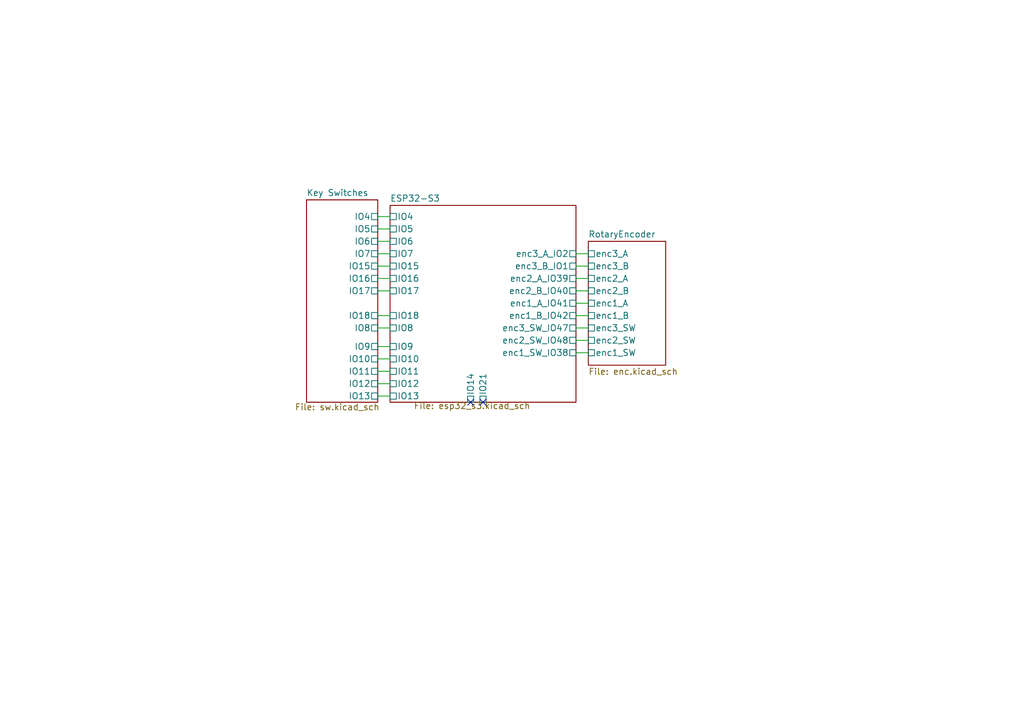
<source format=kicad_sch>
(kicad_sch
	(version 20231120)
	(generator "eeschema")
	(generator_version "8.0")
	(uuid "8c33c15f-bc3a-43f1-95c7-16efcabbae27")
	(paper "A5")
	(title_block
		(title "Davinci Keyboard")
		(rev "a")
	)
	(lib_symbols)
	(no_connect
		(at 96.52 82.55)
		(uuid "1b5bc052-41c2-4b97-bebf-1931d3fe90af")
	)
	(no_connect
		(at 99.06 82.55)
		(uuid "2c305a02-923b-41e9-95d9-d5881cf5fc90")
	)
	(wire
		(pts
			(xy 118.11 62.23) (xy 120.65 62.23)
		)
		(stroke
			(width 0)
			(type default)
		)
		(uuid "0395eb3c-5c20-4399-8eda-9c8b6fa2d6a4")
	)
	(wire
		(pts
			(xy 118.11 59.69) (xy 120.65 59.69)
		)
		(stroke
			(width 0)
			(type default)
		)
		(uuid "0e64e25b-4449-4170-bf52-82f05ba20bf4")
	)
	(wire
		(pts
			(xy 118.11 54.61) (xy 120.65 54.61)
		)
		(stroke
			(width 0)
			(type default)
		)
		(uuid "1744ebca-2dda-450d-a2b2-62adecb13116")
	)
	(wire
		(pts
			(xy 77.47 71.12) (xy 80.01 71.12)
		)
		(stroke
			(width 0)
			(type default)
		)
		(uuid "1a1481b4-38e7-4878-b548-ffa0776825c3")
	)
	(wire
		(pts
			(xy 77.47 57.15) (xy 80.01 57.15)
		)
		(stroke
			(width 0)
			(type default)
		)
		(uuid "2e8dbbf2-f058-46b5-9d4b-7e8bf82c968e")
	)
	(wire
		(pts
			(xy 77.47 67.31) (xy 80.01 67.31)
		)
		(stroke
			(width 0)
			(type default)
		)
		(uuid "2eb3b5a4-125e-4070-952f-9a18f9a93799")
	)
	(wire
		(pts
			(xy 77.47 64.77) (xy 80.01 64.77)
		)
		(stroke
			(width 0)
			(type default)
		)
		(uuid "347cfee6-615b-4e26-ac6b-74c13cd91b09")
	)
	(wire
		(pts
			(xy 77.47 49.53) (xy 80.01 49.53)
		)
		(stroke
			(width 0)
			(type default)
		)
		(uuid "367de0f4-e5b9-4f10-a415-cc12d167a277")
	)
	(wire
		(pts
			(xy 118.11 52.07) (xy 120.65 52.07)
		)
		(stroke
			(width 0)
			(type default)
		)
		(uuid "48354ed2-65d2-4a28-bcfe-067a98860607")
	)
	(wire
		(pts
			(xy 77.47 52.07) (xy 80.01 52.07)
		)
		(stroke
			(width 0)
			(type default)
		)
		(uuid "68f059a9-3c6e-4225-bcba-6dfa67eb17fe")
	)
	(wire
		(pts
			(xy 77.47 73.66) (xy 80.01 73.66)
		)
		(stroke
			(width 0)
			(type default)
		)
		(uuid "73b1652c-04ec-4b0c-95af-3988b29fadaf")
	)
	(wire
		(pts
			(xy 77.47 54.61) (xy 80.01 54.61)
		)
		(stroke
			(width 0)
			(type default)
		)
		(uuid "8a52abc4-262c-428f-96e0-6589d5ff507c")
	)
	(wire
		(pts
			(xy 118.11 67.31) (xy 120.65 67.31)
		)
		(stroke
			(width 0)
			(type default)
		)
		(uuid "8e325ea8-08b3-469f-aa8c-0828757ec53e")
	)
	(wire
		(pts
			(xy 77.47 59.69) (xy 80.01 59.69)
		)
		(stroke
			(width 0)
			(type default)
		)
		(uuid "a5e81a34-63de-46ec-9018-9fb7a4f26919")
	)
	(wire
		(pts
			(xy 118.11 57.15) (xy 120.65 57.15)
		)
		(stroke
			(width 0)
			(type default)
		)
		(uuid "b896ea4f-200c-4320-b759-df7001340ccb")
	)
	(wire
		(pts
			(xy 77.47 46.99) (xy 80.01 46.99)
		)
		(stroke
			(width 0)
			(type default)
		)
		(uuid "bb3e1417-52e5-40fa-86cf-004bdec5d6b2")
	)
	(wire
		(pts
			(xy 118.11 69.85) (xy 120.65 69.85)
		)
		(stroke
			(width 0)
			(type default)
		)
		(uuid "c51d9c22-6895-44fb-a9b1-f45ddddef14f")
	)
	(wire
		(pts
			(xy 77.47 44.45) (xy 80.01 44.45)
		)
		(stroke
			(width 0)
			(type default)
		)
		(uuid "d421280f-63e5-4b06-b69c-e96d3fc4e3b0")
	)
	(wire
		(pts
			(xy 77.47 81.28) (xy 80.01 81.28)
		)
		(stroke
			(width 0)
			(type default)
		)
		(uuid "dacbbd8b-baeb-4c89-b338-b2af5321cc66")
	)
	(wire
		(pts
			(xy 118.11 64.77) (xy 120.65 64.77)
		)
		(stroke
			(width 0)
			(type default)
		)
		(uuid "e0505ca9-3ba8-4e54-82e3-848bf41e3b0e")
	)
	(wire
		(pts
			(xy 118.11 72.39) (xy 120.65 72.39)
		)
		(stroke
			(width 0)
			(type default)
		)
		(uuid "e6045dc2-88bb-491b-9644-3e4574dc748d")
	)
	(wire
		(pts
			(xy 77.47 76.2) (xy 80.01 76.2)
		)
		(stroke
			(width 0)
			(type default)
		)
		(uuid "f2f74184-fe98-4120-91b5-fa33d0badb19")
	)
	(wire
		(pts
			(xy 77.47 78.74) (xy 80.01 78.74)
		)
		(stroke
			(width 0)
			(type default)
		)
		(uuid "f47eba7a-97c8-494c-9199-db80d76700d2")
	)
	(sheet
		(at 120.65 49.53)
		(size 15.875 25.4)
		(fields_autoplaced yes)
		(stroke
			(width 0.1524)
			(type solid)
		)
		(fill
			(color 0 0 0 0.0000)
		)
		(uuid "348037db-0da0-4ddb-9f34-c2e500b5697c")
		(property "Sheetname" "RotaryEncoder"
			(at 120.65 48.8184 0)
			(effects
				(font
					(size 1.27 1.27)
				)
				(justify left bottom)
			)
		)
		(property "Sheetfile" "enc.kicad_sch"
			(at 120.65 75.5146 0)
			(effects
				(font
					(size 1.27 1.27)
				)
				(justify left top)
			)
		)
		(property "フィールド2" ""
			(at 120.65 49.53 0)
			(effects
				(font
					(size 1.27 1.27)
				)
				(hide yes)
			)
		)
		(pin "enc3_A" passive
			(at 120.65 52.07 180)
			(effects
				(font
					(size 1.27 1.27)
				)
				(justify left)
			)
			(uuid "2e9690fe-438f-4e39-a992-81f72d5532a5")
		)
		(pin "enc1_A" passive
			(at 120.65 62.23 180)
			(effects
				(font
					(size 1.27 1.27)
				)
				(justify left)
			)
			(uuid "536ccbc2-e57b-4d3c-a341-a79886e693b9")
		)
		(pin "enc2_B" passive
			(at 120.65 59.69 180)
			(effects
				(font
					(size 1.27 1.27)
				)
				(justify left)
			)
			(uuid "64353f2a-5820-4a1e-967a-be8051ebc70b")
		)
		(pin "enc1_B" passive
			(at 120.65 64.77 180)
			(effects
				(font
					(size 1.27 1.27)
				)
				(justify left)
			)
			(uuid "cbcd6ac6-5973-425d-93b8-e11bf708d1a3")
		)
		(pin "enc2_A" passive
			(at 120.65 57.15 180)
			(effects
				(font
					(size 1.27 1.27)
				)
				(justify left)
			)
			(uuid "1abb088c-aac6-4730-b147-789fb9af681f")
		)
		(pin "enc3_B" passive
			(at 120.65 54.61 180)
			(effects
				(font
					(size 1.27 1.27)
				)
				(justify left)
			)
			(uuid "c15bd594-1d1b-48a5-b840-fc572f81729d")
		)
		(pin "enc1_SW" passive
			(at 120.65 72.39 180)
			(effects
				(font
					(size 1.27 1.27)
				)
				(justify left)
			)
			(uuid "855e3765-6b86-44ff-9bbd-365ac9802500")
		)
		(pin "enc2_SW" passive
			(at 120.65 69.85 180)
			(effects
				(font
					(size 1.27 1.27)
				)
				(justify left)
			)
			(uuid "cd6d6205-6bd1-4975-afab-f68e9b21c8a5")
		)
		(pin "enc3_SW" passive
			(at 120.65 67.31 180)
			(effects
				(font
					(size 1.27 1.27)
				)
				(justify left)
			)
			(uuid "78f305f2-39f2-437a-b18c-8b238408ce56")
		)
		(instances
			(project "Davinci-Keyboard"
				(path "/8c33c15f-bc3a-43f1-95c7-16efcabbae27"
					(page "5")
				)
			)
		)
	)
	(sheet
		(at 80.01 42.164)
		(size 38.1 40.386)
		(stroke
			(width 0.1524)
			(type solid)
		)
		(fill
			(color 0 0 0 0.0000)
		)
		(uuid "3a0884f4-1ccb-4f55-9421-8517bb7ae913")
		(property "Sheetname" "ESP32-S3"
			(at 80.01 41.4524 0)
			(effects
				(font
					(size 1.27 1.27)
				)
				(justify left bottom)
			)
		)
		(property "Sheetfile" "esp32_s3.kicad_sch"
			(at 84.836 82.55 0)
			(effects
				(font
					(size 1.27 1.27)
				)
				(justify left top)
			)
		)
		(pin "IO10" passive
			(at 80.01 73.66 180)
			(effects
				(font
					(size 1.27 1.27)
				)
				(justify left)
			)
			(uuid "18633d75-b847-4f7f-bbdf-111ff7091ec1")
		)
		(pin "IO11" passive
			(at 80.01 76.2 180)
			(effects
				(font
					(size 1.27 1.27)
				)
				(justify left)
			)
			(uuid "0be9a334-75f9-4ef6-bee8-b4041a2d8afb")
		)
		(pin "IO13" passive
			(at 80.01 81.28 180)
			(effects
				(font
					(size 1.27 1.27)
				)
				(justify left)
			)
			(uuid "3e2838ec-d2dc-4c9a-bb2d-39b6b897369a")
		)
		(pin "IO12" passive
			(at 80.01 78.74 180)
			(effects
				(font
					(size 1.27 1.27)
				)
				(justify left)
			)
			(uuid "e8ecefd0-90aa-4232-99af-cddf6ef51394")
		)
		(pin "IO16" passive
			(at 80.01 57.15 180)
			(effects
				(font
					(size 1.27 1.27)
				)
				(justify left)
			)
			(uuid "c7ae5cec-b55b-42f3-94a5-7956ab1d577a")
		)
		(pin "IO15" passive
			(at 80.01 54.61 180)
			(effects
				(font
					(size 1.27 1.27)
				)
				(justify left)
			)
			(uuid "3bdee0df-197d-4bfe-a052-ba2f0905ec8a")
		)
		(pin "IO14" passive
			(at 96.52 82.55 270)
			(effects
				(font
					(size 1.27 1.27)
				)
				(justify left)
			)
			(uuid "99b8c36e-1198-48b2-b459-ff416ed96797")
		)
		(pin "IO7" passive
			(at 80.01 52.07 180)
			(effects
				(font
					(size 1.27 1.27)
				)
				(justify left)
			)
			(uuid "2feb5434-e046-4ee0-89e1-8a3b37f188a1")
		)
		(pin "IO8" passive
			(at 80.01 67.31 180)
			(effects
				(font
					(size 1.27 1.27)
				)
				(justify left)
			)
			(uuid "c2e89ec9-85be-41ca-83c3-dfe6e33ab5bd")
		)
		(pin "IO9" passive
			(at 80.01 71.12 180)
			(effects
				(font
					(size 1.27 1.27)
				)
				(justify left)
			)
			(uuid "678b6d8a-4aed-43ed-bd49-ecc8c83d6d97")
		)
		(pin "IO6" passive
			(at 80.01 49.53 180)
			(effects
				(font
					(size 1.27 1.27)
				)
				(justify left)
			)
			(uuid "d7e5f342-d2b0-44da-93c9-c82db6c74b77")
		)
		(pin "IO5" passive
			(at 80.01 46.99 180)
			(effects
				(font
					(size 1.27 1.27)
				)
				(justify left)
			)
			(uuid "ecc9ad70-3470-4ddc-bd0b-8841b1723404")
		)
		(pin "IO4" passive
			(at 80.01 44.45 180)
			(effects
				(font
					(size 1.27 1.27)
				)
				(justify left)
			)
			(uuid "442ed33b-9837-4709-b6da-3422449fb56f")
		)
		(pin "enc2_B_IO40" passive
			(at 118.11 59.69 0)
			(effects
				(font
					(size 1.27 1.27)
				)
				(justify right)
			)
			(uuid "5ba3487d-038f-469a-ba49-f31af78ef3b6")
		)
		(pin "enc2_A_IO39" passive
			(at 118.11 57.15 0)
			(effects
				(font
					(size 1.27 1.27)
				)
				(justify right)
			)
			(uuid "bc6645ae-4078-4f16-8a7e-5006d9bb5ccf")
		)
		(pin "enc1_A_IO41" passive
			(at 118.11 62.23 0)
			(effects
				(font
					(size 1.27 1.27)
				)
				(justify right)
			)
			(uuid "9b9c4582-caf2-42f9-873f-e85992ee6371")
		)
		(pin "enc1_B_IO42" passive
			(at 118.11 64.77 0)
			(effects
				(font
					(size 1.27 1.27)
				)
				(justify right)
			)
			(uuid "a6383674-c816-4dd5-a655-bcd01ea340ef")
		)
		(pin "IO17" passive
			(at 80.01 59.69 180)
			(effects
				(font
					(size 1.27 1.27)
				)
				(justify left)
			)
			(uuid "9397382b-44fa-464d-9f4f-1613b02728f6")
		)
		(pin "IO18" passive
			(at 80.01 64.77 180)
			(effects
				(font
					(size 1.27 1.27)
				)
				(justify left)
			)
			(uuid "964c2634-c75e-43a1-9e02-1b6b6477539f")
		)
		(pin "enc3_B_IO1" passive
			(at 118.11 54.61 0)
			(effects
				(font
					(size 1.27 1.27)
				)
				(justify right)
			)
			(uuid "6d363aef-1322-44d1-b425-4277159712b8")
		)
		(pin "enc3_A_IO2" passive
			(at 118.11 52.07 0)
			(effects
				(font
					(size 1.27 1.27)
				)
				(justify right)
			)
			(uuid "f19247e8-b5e3-4840-9193-82afaed63eca")
		)
		(pin "enc3_SW_IO47" passive
			(at 118.11 67.31 0)
			(effects
				(font
					(size 1.27 1.27)
				)
				(justify right)
			)
			(uuid "1f1ed511-bf5e-4551-b641-0d64d3286b4a")
		)
		(pin "enc2_SW_IO48" passive
			(at 118.11 69.85 0)
			(effects
				(font
					(size 1.27 1.27)
				)
				(justify right)
			)
			(uuid "065fabb9-38c1-49dc-9a1a-52a59d4ffd33")
		)
		(pin "IO21" passive
			(at 99.06 82.55 270)
			(effects
				(font
					(size 1.27 1.27)
				)
				(justify left)
			)
			(uuid "efb5c659-448f-40c0-89cd-820d87783258")
		)
		(pin "enc1_SW_IO38" passive
			(at 118.11 72.39 0)
			(effects
				(font
					(size 1.27 1.27)
				)
				(justify right)
			)
			(uuid "d1792cab-6ece-4165-a73a-6b451cfa3520")
		)
		(instances
			(project "Davinci-Keyboard"
				(path "/8c33c15f-bc3a-43f1-95c7-16efcabbae27"
					(page "3")
				)
			)
		)
	)
	(sheet
		(at 62.865 41.021)
		(size 14.605 41.529)
		(stroke
			(width 0.1524)
			(type solid)
		)
		(fill
			(color 0 0 0 0.0000)
		)
		(uuid "9ff3b2ad-a45d-475a-abd0-238767cf1a1b")
		(property "Sheetname" "Key Switches"
			(at 62.865 40.3094 0)
			(effects
				(font
					(size 1.27 1.27)
				)
				(justify left bottom)
			)
		)
		(property "Sheetfile" "sw.kicad_sch"
			(at 60.452 82.804 0)
			(effects
				(font
					(size 1.27 1.27)
				)
				(justify left top)
			)
		)
		(pin "IO6" passive
			(at 77.47 49.53 0)
			(effects
				(font
					(size 1.27 1.27)
				)
				(justify right)
			)
			(uuid "7852ea7b-dda6-4102-a5b8-276ab9be724b")
		)
		(pin "IO7" passive
			(at 77.47 52.07 0)
			(effects
				(font
					(size 1.27 1.27)
				)
				(justify right)
			)
			(uuid "13488cb9-85f0-4932-9bf7-4ed3e3f72b08")
		)
		(pin "IO17" passive
			(at 77.47 59.69 0)
			(effects
				(font
					(size 1.27 1.27)
				)
				(justify right)
			)
			(uuid "53d2b3e7-c176-4edc-b304-7adcd63d6e3d")
		)
		(pin "IO4" passive
			(at 77.47 44.45 0)
			(effects
				(font
					(size 1.27 1.27)
				)
				(justify right)
			)
			(uuid "30d04ffb-5099-441c-a3da-31c27ae0851a")
		)
		(pin "IO16" passive
			(at 77.47 57.15 0)
			(effects
				(font
					(size 1.27 1.27)
				)
				(justify right)
			)
			(uuid "52c87930-63cd-40a7-befb-bca91c94fb76")
		)
		(pin "IO5" passive
			(at 77.47 46.99 0)
			(effects
				(font
					(size 1.27 1.27)
				)
				(justify right)
			)
			(uuid "a8b5fa07-b7df-48c7-99ba-5f38779d742f")
		)
		(pin "IO15" passive
			(at 77.47 54.61 0)
			(effects
				(font
					(size 1.27 1.27)
				)
				(justify right)
			)
			(uuid "a682ecb2-c0b9-4c3b-a0bb-a0a4bd5dab77")
		)
		(pin "IO8" passive
			(at 77.47 67.31 0)
			(effects
				(font
					(size 1.27 1.27)
				)
				(justify right)
			)
			(uuid "3f73397e-cc70-490d-8af9-784a55ac52c3")
		)
		(pin "IO11" passive
			(at 77.47 76.2 0)
			(effects
				(font
					(size 1.27 1.27)
				)
				(justify right)
			)
			(uuid "1fb1ea0a-cdf7-416d-94b8-f58b351f537f")
		)
		(pin "IO12" passive
			(at 77.47 78.74 0)
			(effects
				(font
					(size 1.27 1.27)
				)
				(justify right)
			)
			(uuid "56e418f2-0e51-4353-9420-42650ebecf2d")
		)
		(pin "IO10" passive
			(at 77.47 73.66 0)
			(effects
				(font
					(size 1.27 1.27)
				)
				(justify right)
			)
			(uuid "ec7ba49f-28cc-4151-996d-504b1b19159c")
		)
		(pin "IO18" passive
			(at 77.47 64.77 0)
			(effects
				(font
					(size 1.27 1.27)
				)
				(justify right)
			)
			(uuid "2a2dc891-af7b-451c-8529-5d0c342fb4e7")
		)
		(pin "IO9" passive
			(at 77.47 71.12 0)
			(effects
				(font
					(size 1.27 1.27)
				)
				(justify right)
			)
			(uuid "b459e99a-f790-4def-a914-f989d0dcbcda")
		)
		(pin "IO13" passive
			(at 77.47 81.28 0)
			(effects
				(font
					(size 1.27 1.27)
				)
				(justify right)
			)
			(uuid "3664ed43-55a2-4e29-9313-74976015d6a3")
		)
		(instances
			(project "Davinci-Keyboard"
				(path "/8c33c15f-bc3a-43f1-95c7-16efcabbae27"
					(page "4")
				)
			)
		)
	)
	(sheet_instances
		(path "/"
			(page "1")
		)
	)
)

</source>
